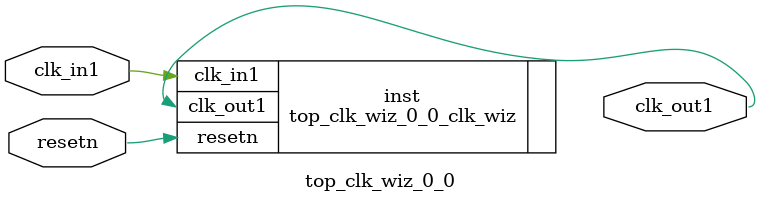
<source format=v>


`timescale 1ps/1ps

(* CORE_GENERATION_INFO = "top_clk_wiz_0_0,clk_wiz_v6_0_4_0_0,{component_name=top_clk_wiz_0_0,use_phase_alignment=true,use_min_o_jitter=false,use_max_i_jitter=false,use_dyn_phase_shift=false,use_inclk_switchover=false,use_dyn_reconfig=false,enable_axi=0,feedback_source=FDBK_AUTO,PRIMITIVE=MMCM,num_out_clk=1,clkin1_period=10.000,clkin2_period=10.000,use_power_down=false,use_reset=true,use_locked=false,use_inclk_stopped=false,feedback_type=SINGLE,CLOCK_MGR_TYPE=NA,manual_override=false}" *)

module top_clk_wiz_0_0 
 (
  // Clock out ports
  output        clk_out1,
  // Status and control signals
  input         resetn,
 // Clock in ports
  input         clk_in1
 );

  top_clk_wiz_0_0_clk_wiz inst
  (
  // Clock out ports  
  .clk_out1(clk_out1),
  // Status and control signals               
  .resetn(resetn), 
 // Clock in ports
  .clk_in1(clk_in1)
  );

endmodule

</source>
